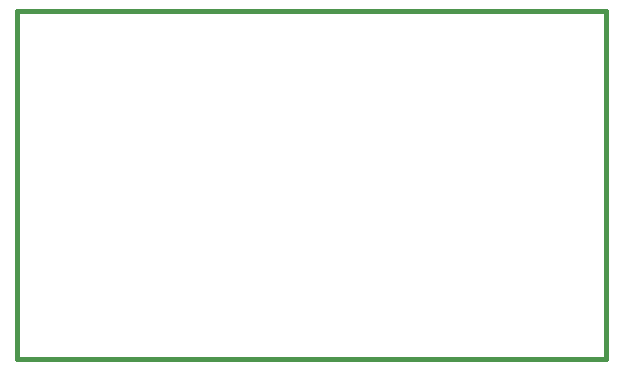
<source format=gbo>
G04 (created by PCBNEW-RS274X (2011-04-29 BZR 2986)-stable) date 6/2/2011 10:57:15 PM*
G01*
G70*
G90*
%MOIN*%
G04 Gerber Fmt 3.4, Leading zero omitted, Abs format*
%FSLAX34Y34*%
G04 APERTURE LIST*
%ADD10C,0.006000*%
%ADD11C,0.015000*%
G04 APERTURE END LIST*
G54D10*
G54D11*
X07600Y-18600D02*
X27200Y-18600D01*
X07600Y-07000D02*
X27200Y-07000D01*
X07581Y-07000D02*
X07581Y-18600D01*
X27200Y-18600D02*
X27200Y-07000D01*
M02*

</source>
